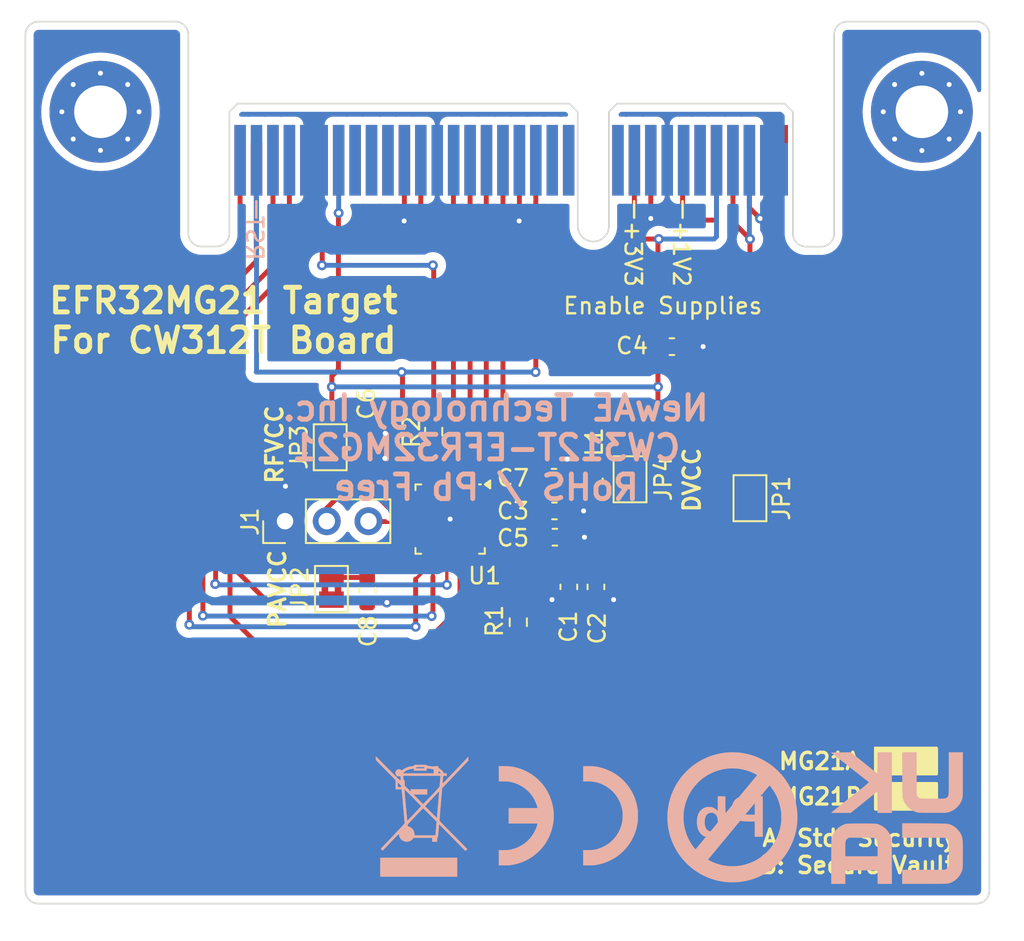
<source format=kicad_pcb>
(kicad_pcb (version 20240108) (generator "pcbnew") (generator_version "8.0")
  (layers (0 "F.Cu" signal) (31 "B.Cu" signal) (34 "B.Paste" user) (35 "F.Paste" user) (36 "B.SilkS" user "B.Silkscreen") (37 "F.SilkS" user "F.Silkscreen") (38 "B.Mask" user) (39 "F.Mask" user) (44 "Edge.Cuts" user))
  (net 0 "")
  (net 1 "GND")
  (net 2 "/SHUNTH")
  (net 3 "Net-(U1-AVDD)")
  (net 4 "+3V3")
  (net 5 "Net-(U1-DVDD)")
  (net 6 "Net-(U1-PAVDD)")
  (net 7 "Net-(U1-RF2G4_IO2)")
  (net 8 "Net-(U1-RF2G4_IO1)")
  (net 9 "/GPIO4")
  (net 12 "/SWDIO")
  (net 14 "/SHUNTL")
  (net 20 "/RST")
  (net 25 "/SWCLK")
  (net 30 "/FILT")
  (net 31 "Net-(P1-CLKOUT)")
  (net 33 "/GPIO2")
  (net 36 "Net-(P1-FILTIN)")
  (net 39 "/TDO")
  (net 45 "/GPIO1")
  (net 49 "/GPIO3")
  (net 53 "/TDI")
  (net 55 "/CLKIN")
  (footprint "Resistor_SMD:R_0603_1608Metric" (layer "F.Cu") (at 133 95.525 90)
    (property "Reference" "R1" (at 0.075 -1.45 90) (layer "F.SilkS"))
    (property "Value" "RES_22R_0603")
    (pad "1" smd roundrect (at -0.825 0 90) (size 0.8 0.95) (layers "F.Cu" "F.Paste" "F.Mask") (net 14 "/SHUNTL"))
    (pad "2" smd roundrect (at 0.825 0 90) (size 0.8 0.95) (layers "F.Cu" "F.Paste" "F.Mask") (net 2 "/SHUNTH"))
  )
  (footprint "Silkscrren_Symbols:UKCA-Logo_8x8mm_SilkScreen" (layer "F.Cu") (at 155.419899 107.450334)
    (property "Reference" "PCB3" (hide yes))
    (property "Value" "UKCA symbol" (hide yes))
  )
  (footprint "Capacitor_SMD:C_0603_1608Metric" (layer "F.Cu") (at 135.200005 88.750003 180)
    (property "Reference" "C3" (at 2.525005 0.000003 0) (layer "F.SilkS"))
    (property "Value" "CAP_100n_10V_0603")
    (pad "1" smd roundrect (at -0.775 0 180) (size 0.9 0.95) (layers "F.Cu" "F.Paste" "F.Mask") (net 1 "GND"))
    (pad "2" smd roundrect (at 0.775 0 180) (size 0.9 0.95) (layers "F.Cu" "F.Paste" "F.Mask") (net 3 "Net-(U1-AVDD)"))
  )
  (footprint "Capacitor_SMD:C_0603_1608Metric" (layer "F.Cu") (at 135.175002 86.7 180)
    (property "Reference" "C7" (at 2.500002 -0.05 0) (layer "F.SilkS"))
    (property "Value" "CAP_100n_10V_0603")
    (pad "1" smd roundrect (at -0.775 0 180) (size 0.9 0.95) (layers "F.Cu" "F.Paste" "F.Mask") (net 1 "GND"))
    (pad "2" smd roundrect (at 0.775 0 180) (size 0.9 0.95) (layers "F.Cu" "F.Paste" "F.Mask") (net 4 "+3V3"))
  )
  (footprint "Capacitor_SMD:C_0603_1608Metric" (layer "F.Cu") (at 123.750001 84.774998 -90)
    (property "Reference" "C6" (at -2.55 0 90) (layer "F.SilkS"))
    (property "Value" "CAP_100n_10V_0603")
    (pad "1" smd roundrect (at -0.775 0 270) (size 0.9 0.95) (layers "F.Cu" "F.Paste" "F.Mask") (net 1 "GND"))
    (pad "2" smd roundrect (at 0.775 0 270) (size 0.9 0.95) (layers "F.Cu" "F.Paste" "F.Mask") (net 1 "GND"))
  )
  (footprint "Capacitor_SMD:C_0603_1608Metric" (layer "F.Cu") (at 123.8 93.575001 90)
    (property "Reference" "C8" (at -2.5 0.05 90) (layer "F.SilkS"))
    (property "Value" "CAP_100n_10V_0603")
    (pad "1" smd roundrect (at -0.775 0 90) (size 0.9 0.95) (layers "F.Cu" "F.Paste" "F.Mask") (net 1 "GND"))
    (pad "2" smd roundrect (at 0.775 0 90) (size 0.9 0.95) (layers "F.Cu" "F.Paste" "F.Mask") (net 6 "Net-(U1-PAVDD)"))
  )
  (footprint "Silkscrren_Symbols:WEEE-Logo_5.6x8mm_SilkScreen" (layer "F.Cu") (at 126.059054 107.002245)
    (property "Reference" "PCB4" (hide yes))
    (property "Value" "WEEE SYMBOL" (hide yes))
  )
  (footprint "Connector_PinHeader_2.54mm:PinHeader_1x03_P2.54mm_Vertical" (layer "F.Cu") (at 118.8 89.375 90)
    (property "Reference" "J1" (at -0.025 -2.125 90) (layer "F.SilkS"))
    (property "Value" "1x3 straight header pins")
    (pad "1" thru_hole rect (at 0 0 90) (size 1.7 1.7) (drill 1) (layers "*.Cu" "*.Mask") (net 1 "GND"))
    (pad "2" thru_hole oval (at 0 2.54 90) (size 1.7 1.7) (drill 1) (layers "*.Cu" "*.Mask") (net 7 "Net-(U1-RF2G4_IO2)"))
    (pad "3" thru_hole oval (at 0 5.08 90) (size 1.7 1.7) (drill 1) (layers "*.Cu" "*.Mask") (net 8 "Net-(U1-RF2G4_IO1)"))
  )
  (footprint "Package_DFN_QFN:QFN-32-1EP_4x4mm_P0.4mm_EP2.9x2.9mm" (layer "F.Cu") (at 128.85 89.24636 -90)
    (property "Reference" "U1" (at 3.45364 -2.1 0) (layer "F.SilkS"))
    (property "Value" "EFR32MG21A020F1024IM32-BR")
    (pad "1" smd roundrect (at -2 -1.4 270) (size 0.7 0.2) (layers "F.Cu" "F.Paste" "F.Mask") (net 45 "/GPIO1"))
    (pad "2" smd roundrect (at -2 -1 270) (size 0.7 0.2) (layers "F.Cu" "F.Paste" "F.Mask") (net 33 "/GPIO2"))
    (pad "3" smd roundrect (at -2 -0.600001 270) (size 0.7 0.2) (layers "F.Cu" "F.Paste" "F.Mask") (net 49 "/GPIO3"))
    (pad "4" smd roundrect (at -2 -0.2 270) (size 0.7 0.2) (layers "F.Cu" "F.Paste" "F.Mask") (net 9 "/GPIO4"))
    (pad "5" smd roundrect (at -2 0.2 270) (size 0.7 0.2) (layers "F.Cu" "F.Paste" "F.Mask"))
    (pad "6" smd roundrect (at -2 0.600001 270) (size 0.7 0.2) (layers "F.Cu" "F.Paste" "F.Mask"))
    (pad "7" smd roundrect (at -2 1 270) (size 0.7 0.2) (layers "F.Cu" "F.Paste" "F.Mask") (net 55 "/CLKIN"))
    (pad "8" smd roundrect (at -2 1.4 270) (size 0.7 0.2) (layers "F.Cu" "F.Paste" "F.Mask"))
    (pad "9" smd roundrect (at -1.4 2 270) (size 0.2 0.7) (layers "F.Cu" "F.Paste" "F.Mask") (net 20 "/RST"))
    (pad "10" smd roundrect (at -1 2 270) (size 0.2 0.7) (layers "F.Cu" "F.Paste" "F.Mask") (net 1 "GND"))
    (pad "11" smd roundrect (at -0.600001 2 270) (size 0.2 0.7) (layers "F.Cu" "F.Paste" "F.Mask") (net 1 "GND"))
    (pad "12" smd roundrect (at -0.2 2 270) (size 0.2 0.7) (layers "F.Cu" "F.Paste" "F.Mask") (net 7 "Net-(U1-RF2G4_IO2)"))
    (pad "13" smd roundrect (at 0.2 2 270) (size 0.2 0.7) (layers "F.Cu" "F.Paste" "F.Mask") (net 8 "Net-(U1-RF2G4_IO1)"))
    (pad "14" smd roundrect (at 0.600001 2 270) (size 0.2 0.7) (layers "F.Cu" "F.Paste" "F.Mask") (net 6 "Net-(U1-PAVDD)"))
    (pad "15" smd roundrect (at 1 2 270) (size 0.2 0.7) (layers "F.Cu" "F.Paste" "F.Mask"))
    (pad "16" smd roundrect (at 1.4 2 270) (size 0.2 0.7) (layers "F.Cu" "F.Paste" "F.Mask"))
    (pad "17" smd roundrect (at 2 1.4 270) (size 0.7 0.2) (layers "F.Cu" "F.Paste" "F.Mask"))
    (pad "18" smd roundrect (at 2 1 270) (size 0.7 0.2) (layers "F.Cu" "F.Paste" "F.Mask") (net 25 "/SWCLK"))
    (pad "19" smd roundrect (at 2 0.600001 270) (size 0.7 0.2) (layers "F.Cu" "F.Paste" "F.Mask") (net 12 "/SWDIO"))
    (pad "20" smd roundrect (at 2 0.2 270) (size 0.7 0.2) (layers "F.Cu" "F.Paste" "F.Mask") (net 39 "/TDO"))
    (pad "21" smd roundrect (at 2 -0.2 270) (size 0.7 0.2) (layers "F.Cu" "F.Paste" "F.Mask") (net 53 "/TDI"))
    (pad "22" smd roundrect (at 2 -0.600001 270) (size 0.7 0.2) (layers "F.Cu" "F.Paste" "F.Mask"))
    (pad "23" smd roundrect (at 2 -1 270) (size 0.7 0.2) (layers "F.Cu" "F.Paste" "F.Mask"))
    (pad "24" smd roundrect (at 2 -1.4 270) (size 0.7 0.2) (layers "F.Cu" "F.Paste" "F.Mask") (net 14 "/SHUNTL"))
    (pad "25" smd roundrect (at 1.4 -2 270) (size 0.2 0.7) (layers "F.Cu" "F.Paste" "F.Mask") (net 5 "Net-(U1-DVDD)"))
    (pad "26" smd roundrect (at 1 -2 270) (size 0.2 0.7) (layers "F.Cu" "F.Paste" "F.Mask") (net 3 "Net-(U1-AVDD)"))
    (pad "27" smd roundrect (at 0.600001 -2 270) (size 0.2 0.7) (layers "F.Cu" "F.Paste" "F.Mask") (net 4 "+3V3"))
    (pad "28" smd roundrect (at 0.2 -2 270) (size 0.2 0.7) (layers "F.Cu" "F.Paste" "F.Mask"))
    (pad "29" smd roundrect (at -0.2 -2 270) (size 0.2 0.7) (layers "F.Cu" "F.Paste" "F.Mask"))
    (pad "30" smd roundrect (at -0.600001 -2 270) (size 0.2 0.7) (layers "F.Cu" "F.Paste" "F.Mask"))
    (pad "31" smd roundrect (at -1 -2 270) (size 0.2 0.7) (layers "F.Cu" "F.Paste" "F.Mask"))
    (pad "32" smd roundrect (at -1.4 -2 270) (size 0.2 0.7) (layers "F.Cu" "F.Paste" "F.Mask"))
    (pad "33" smd rect (at 0 0 270) (size 2.9 2.9) (property pad_prop_heatsink) (layers "F.Cu" "F.Mask") (net 1 "GND"))
  )
  (footprint "Jumper:SolderJumper-2_P1.3mm_Bridged2Bar_Pad1.0x1.5mm" (layer "F.Cu") (at 147.1 87.975001 -90)
    (property "Reference" "JP1" (at -0.000001 -1.925 90) (layer "F.SilkS"))
    (property "Value" "~")
    (fp_poly (pts (xy -0.25 0.2) (xy 0.25 0.2) (xy 0.25 0.6) (xy -0.25 0.6)) (fill solid) (layer "F.Cu"))
    (fp_poly (pts (xy -0.25 -0.6) (xy 0.25 -0.6) (xy 0.25 -0.2) (xy -0.25 -0.2)) (fill solid) (layer "F.Cu"))
    (pad "1" smd rect (at -0.649999 0 270) (size 1 1.5) (layers "F.Cu" "F.Mask") (net 30 "/FILT"))
    (pad "2" smd rect (at 0.649999 0 270) (size 1 1.5) (layers "F.Cu" "F.Mask") (net 2 "/SHUNTH"))
  )
  (footprint "Capacitor_SMD:C_0603_1608Metric" (layer "F.Cu") (at 136.075 93.375 90)
    (property "Reference" "C1" (at -2.425 -0.025 90) (layer "F.SilkS"))
    (property "Value" "CAP_100n_10V_0603")
    (pad "1" smd roundrect (at -0.775 0 90) (size 0.9 0.95) (layers "F.Cu" "F.Paste" "F.Mask") (net 1 "GND"))
    (pad "2" smd roundrect (at 0.775 0 90) (size 0.9 0.95) (layers "F.Cu" "F.Paste" "F.Mask") (net 2 "/SHUNTH"))
  )
  (footprint "Inductor_SMD:L_0603_1608Metric" (layer "F.Cu") (at 137.625 86.937501 -90)
    (property "Reference" "L1" (at -2.387501 0 90) (layer "F.SilkS"))
    (property "Value" "IND_1K_0603")
    (pad "1" smd roundrect (at -0.787501 0 270) (size 0.875 0.95) (layers "F.Cu" "F.Paste" "F.Mask") (net 4 "+3V3"))
    (pad "2" smd roundrect (at 0.787501 0 270) (size 0.875 0.95) (layers "F.Cu" "F.Paste" "F.Mask") (net 3 "Net-(U1-AVDD)"))
  )
  (footprint "Silkscrren_Symbols:CE-Logo_8.5x6mm_SilkScreen" (layer "F.Cu") (at 136.05 107.3)
    (property "Reference" "PCB1" (hide yes))
    (property "Value" "CE Symbol" (hide yes))
  )
  (footprint "Capacitor_SMD:C_0603_1608Metric" (layer "F.Cu") (at 142.35 78.75 180)
    (property "Reference" "C4" (at 2.425 0.05 0) (layer "F.SilkS"))
    (property "Value" "CAP_2u2_10V_0603")
    (pad "1" smd roundrect (at -0.775 0 180) (size 0.9 0.95) (layers "F.Cu" "F.Paste" "F.Mask") (net 1 "GND"))
    (pad "2" smd roundrect (at 0.775 0 180) (size 0.9 0.95) (layers "F.Cu" "F.Paste" "F.Mask") (net 4 "+3V3"))
  )
  (footprint "Jumper:SolderJumper-2_P1.3mm_Bridged2Bar_Pad1.0x1.5mm" (layer "F.Cu") (at 121.55 84.875001 90)
    (property "Reference" "JP3" (at 0 -1.9 90) (layer "F.SilkS"))
    (property "Value" "~")
    (fp_poly (pts (xy -0.25 -0.6) (xy 0.25 -0.6) (xy 0.25 -0.2) (xy -0.25 -0.2)) (fill solid) (layer "F.Cu"))
    (fp_poly (pts (xy -0.25 0.2) (xy 0.25 0.2) (xy 0.25 0.6) (xy -0.25 0.6)) (fill solid) (layer "F.Cu"))
    (pad "1" smd rect (at -0.649999 0 90) (size 1 1.5) (layers "F.Cu" "F.Mask") (net 1 "GND"))
    (pad "2" smd rect (at 0.649999 0 90) (size 1 1.5) (layers "F.Cu" "F.Mask") (net 4 "+3V3"))
  )
  (footprint "Silkscrren_Symbols:Pb_Free_8.0x8.0mm_SilkScreen" (layer "F.Cu") (at 145.3 107.4)
    (property "Reference" "PCB2" (hide yes))
    (property "Value" "Pb_Free Symbol" (hide yes))
  )
  (footprint "Capacitor_SMD:C_0603_1608Metric" (layer "F.Cu") (at 135.225 90.35 180)
    (property "Reference" "C5" (at 2.55 -0.05 0) (layer "F.SilkS"))
    (property "Value" "CAP_100n_10V_0603")
    (pad "1" smd roundrect (at -0.775 0 180) (size 0.9 0.95) (layers "F.Cu" "F.Paste" "F.Mask") (net 1 "GND"))
    (pad "2" smd roundrect (at 0.775 0 180) (size 0.9 0.95) (layers "F.Cu" "F.Paste" "F.Mask") (net 5 "Net-(U1-DVDD)"))
  )
  (footprint "tutorial_2_library:CW312_Template" (layer "F.Cu") (at 107.565 64.455)
    (property "Reference" "P1" (hide yes))
    (property "Value" "PCIEx4 EDGE CONNECTOR")
    (fp_line (start -4.57 -4.69) (end -4.57 47.4) (stroke (width 0.1)) (layer "Edge.Cuts"))
    (fp_line (start 4.55 -5.49) (end -3.77 -5.49) (stroke (width 0.1)) (layer "Edge.Cuts"))
    (fp_line (start 5.35 7.4) (end 5.35 -4.69) (stroke (width 0.1)) (layer "Edge.Cuts"))
    (fp_line (start 7.05 8.2) (end 6.15 8.2) (stroke (width 0.1)) (layer "Edge.Cuts"))
    (fp_line (start 7.85 0) (end 8.35 -0.5) (stroke (width 0.1)) (layer "Edge.Cuts"))
    (fp_line (start 7.85 7.4) (end 7.85 0) (stroke (width 0.1)) (layer "Edge.Cuts"))
    (fp_line (start 28.55 -0.5) (end 8.35 -0.5) (stroke (width 0.1)) (layer "Edge.Cuts"))
    (fp_line (start 29.05 0) (end 28.55 -0.5) (stroke (width 0.1)) (layer "Edge.Cuts"))
    (fp_line (start 29.05 6.95) (end 29.05 0) (stroke (width 0.1)) (layer "Edge.Cuts"))
    (fp_line (start 30.95 0) (end 31.45 -0.5) (stroke (width 0.1)) (layer "Edge.Cuts"))
    (fp_line (start 30.95 6.95) (end 30.95 0) (stroke (width 0.1)) (layer "Edge.Cuts"))
    (fp_line (start 41.65 -0.5) (end 31.45 -0.5) (stroke (width 0.1)) (layer "Edge.Cuts"))
    (fp_line (start 42.15 0) (end 41.65 -0.5) (stroke (width 0.1)) (layer "Edge.Cuts"))
    (fp_line (start 42.15 7.41) (end 42.15 0) (stroke (width 0.1)) (layer "Edge.Cuts"))
    (fp_line (start 42.95 8.21) (end 43.86 8.21) (stroke (width 0.1)) (layer "Edge.Cuts"))
    (fp_line (start 44.66 7.41) (end 44.66 -4.69) (stroke (width 0.1)) (layer "Edge.Cuts"))
    (fp_line (start 45.46 -5.49) (end 53.31 -5.49) (stroke (width 0.1)) (layer "Edge.Cuts"))
    (fp_line (start 53.31 48.2) (end -3.77 48.2) (stroke (width 0.1)) (layer "Edge.Cuts"))
    (fp_line (start 54.11 -4.69) (end 54.11 47.4) (stroke (width 0.1)) (layer "Edge.Cuts"))
    (fp_arc (start -4.57 -4.69) (mid -4.335685 -5.255685) (end -3.77 -5.49) (stroke (width 0.1)) (layer "Edge.Cuts"))
    (fp_arc (start -3.77 48.2) (mid -4.335685 47.965685) (end -4.57 47.4) (stroke (width 0.1)) (layer "Edge.Cuts"))
    (fp_arc (start 4.55 -5.49) (mid 5.115685 -5.255685) (end 5.35 -4.69) (stroke (width 0.1)) (layer "Edge.Cuts"))
    (fp_arc (start 6.15 8.2) (mid 5.584315 7.965685) (end 5.35 7.4) (stroke (width 0.1)) (layer "Edge.Cuts"))
    (fp_arc (start 7.85 7.4) (mid 7.615685 7.965685) (end 7.05 8.2) (stroke (width 0.1)) (layer "Edge.Cuts"))
    (fp_arc (start 30.95 6.95) (mid 30 7.9) (end 29.05 6.95) (stroke (width 0.1)) (layer "Edge.Cuts"))
    (fp_arc (start 42.95 8.21) (mid 42.384315 7.975685) (end 42.15 7.41) (stroke (width 0.1)) (layer "Edge.Cuts"))
    (fp_arc (start 44.66 -4.69) (mid 44.894315 -5.255685) (end 45.46 -5.49) (stroke (width 0.1)) (layer "Edge.Cuts"))
    (fp_arc (start 44.66 7.41) (mid 44.425685 7.975685) (end 43.86 8.21) (stroke (width 0.1)) (layer "Edge.Cuts"))
    (fp_arc (start 53.31 -5.49) (mid 53.875685 -5.255685) (end 54.11 -4.69) (stroke (width 0.1)) (layer "Edge.Cuts"))
    (fp_arc (start 54.11 47.4) (mid 53.875685 47.965685) (end 53.31 48.2) (stroke (width 0.1)) (layer "Edge.Cuts"))
    (pad "A1" connect rect (at 41.5 3.5 180) (size 0.7 3.2) (layers "B.Cu" "B.Mask") (net 1 "GND"))
    (pad "A2" connect rect (at 40.5 2.95 180) (size 0.7 4.3) (layers "B.Cu" "B.Mask") (net 1 "GND"))
    (pad "A3" connect rect (at 39.5 2.95 180) (size 0.7 4.3) (layers "B.Cu" "B.Mask") (net 30 "/FILT"))
    (pad "A4" connect rect (at 38.5 2.95 180) (size 0.7 4.3) (layers "B.Cu" "B.Mask"))
    (pad "A5" connect rect (at 37.5 2.95 180) (size 0.7 4.3) (layers "B.Cu" "B.Mask") (net 4 "+3V3"))
    (pad "A6" connect rect (at 36.5 2.95 180) (size 0.7 4.3) (layers "B.Cu" "B.Mask"))
    (pad "A7" connect rect (at 35.5 2.95 180) (size 0.7 4.3) (layers "B.Cu" "B.Mask"))
    (pad "A8" connect rect (at 34.5 2.95 180) (size 0.7 4.3) (layers "B.Cu" "B.Mask") (net 1 "GND"))
    (pad "A9" connect rect (at 33.5 2.95 180) (size 0.7 4.3) (layers "B.Cu" "B.Mask"))
    (pad "A10" connect rect (at 32.5 2.95 180) (size 0.7 4.3) (layers "B.Cu" "B.Mask"))
    (pad "A11" connect rect (at 31.5 2.95 180) (size 0.7 4.3) (layers "B.Cu" "B.Mask"))
    (pad "A12" connect rect (at 28.5 2.95 180) (size 0.7 4.3) (layers "B.Cu" "B.Mask"))
    (pad "A13" connect rect (at 27.5 2.95 180) (size 0.7 4.3) (layers "B.Cu" "B.Mask"))
    (pad "A14" connect rect (at 26.5 2.95 180) (size 0.7 4.3) (layers "B.Cu" "B.Mask"))
    (pad "A15" connect rect (at 25.5 2.95 180) (size 0.7 4.3) (layers "B.Cu" "B.Mask"))
    (pad "A16" connect rect (at 24.5 2.95 180) (size 0.7 4.3) (layers "B.Cu" "B.Mask"))
    (pad "A17" connect rect (at 23.5 2.95 180) (size 0.7 4.3) (layers "B.Cu" "B.Mask"))
    (pad "A18" connect rect (at 22.5 2.95 180) (size 0.7 4.3) (layers "B.Cu" "B.Mask"))
    (pad "A19" connect rect (at 21.5 2.95 180) (size 0.7 4.3) (layers "B.Cu" "B.Mask"))
    (pad "A20" connect rect (at 20.5 2.95 180) (size 0.7 4.3) (layers "B.Cu" "B.Mask") (net 1 "GND"))
    (pad "A21" connect rect (at 19.5 2.95 180) (size 0.7 4.3) (layers "B.Cu" "B.Mask"))
    (pad "A22" connect rect (at 18.5 2.95 180) (size 0.7 4.3) (layers "B.Cu" "B.Mask"))
    (pad "A23" connect rect (at 17.5 2.95 180) (size 0.7 4.3) (layers "B.Cu" "B.Mask"))
    (pad "A24" connect rect (at 16.5 2.95 180) (size 0.7 4.3) (layers "B.Cu" "B.Mask"))
    (pad "A25" connect rect (at 15.5 2.95 180) (size 0.7 4.3) (layers "B.Cu" "B.Mask"))
    (pad "A26" connect rect (at 14.5 2.95 180) (size 0.7 4.3) (layers "B.Cu" "B.Mask") (net 4 "+3V3"))
    (pad "A27" connect rect (at 13.5 2.95 180) (size 0.7 4.3) (layers "B.Cu" "B.Mask") (net 1 "GND"))
    (pad "A28" connect rect (at 12.5 2.95 180) (size 0.7 4.3) (layers "B.Cu" "B.Mask") (net 1 "GND"))
    (pad "A29" connect rect (at 11.5 2.95 180) (size 0.7 4.3) (layers "B.Cu" "B.Mask"))
    (pad "A30" connect rect (at 10.5 2.95 180) (size 0.7 4.3) (layers "B.Cu" "B.Mask"))
    (pad "A31" connect rect (at 9.5 2.95 180) (size 0.7 4.3) (layers "B.Cu" "B.Mask") (net 20 "/RST"))
    (pad "A32" connect rect (at 8.5 2.95 180) (size 0.7 4.3) (layers "B.Cu" "B.Mask"))
    (pad "B1" connect rect (at 41.5 2.95 180) (size 0.7 4.3) (layers "F.Cu" "F.Mask") (net 14 "/SHUNTL"))
    (pad "B2" connect rect (at 40.5 2.95 180) (size 0.7 4.3) (layers "F.Cu" "F.Mask") (net 2 "/SHUNTH"))
    (pad "B3" connect rect (at 39.5 2.95 180) (size 0.7 4.3) (layers "F.Cu" "F.Mask") (net 1 "GND"))
    (pad "B4" connect rect (at 38.5 2.95 180) (size 0.7 4.3) (layers "F.Cu" "F.Mask") (net 30 "/FILT"))
    (pad "B5" connect rect (at 37.5 2.95 180) (size 0.7 4.3) (layers "F.Cu" "F.Mask") (net 36 "Net-(P1-FILTIN)"))
    (pad "B6" connect rect (at 36.5 2.95 180) (size 0.7 4.3) (layers "F.Cu" "F.Mask"))
    (pad "B7" connect rect (at 35.5 2.95 180) (size 0.7 4.3) (layers "F.Cu" "F.Mask") (net 36 "Net-(P1-FILTIN)"))
    (pad "B8" connect rect (at 34.5 2.95 180) (size 0.7 4.3) (layers "F.Cu" "F.Mask"))
    (pad "B9" connect rect (at 33.5 2.95 180) (size 0.7 4.3) (layers "F.Cu" "F.Mask") (net 1 "GND"))
    (pad "B10" connect rect (at 32.5 2.95 180) (size 0.7 4.3) (layers "F.Cu" "F.Mask") (net 4 "+3V3"))
    (pad "B11" connect rect (at 31.5 2.95 180) (size 0.7 4.3) (layers "F.Cu" "F.Mask"))
    (pad "B12" connect rect (at 28.5 2.95 180) (size 0.7 4.3) (layers "F.Cu" "F.Mask"))
    (pad "B13" connect rect (at 27.5 2.95 180) (size 0.7 4.3) (layers "F.Cu" "F.Mask"))
    (pad "B14" connect rect (at 26.5 2.95 180) (size 0.7 4.3) (layers "F.Cu" "F.Mask") (net 20 "/RST"))
    (pad "B15" connect rect (at 25.5 2.95 180) (size 0.7 4.3) (layers "F.Cu" "F.Mask") (net 1 "GND"))
    (pad "B16" connect rect (at 24.5 2.95 180) (size 0.7 4.3) (layers "F.Cu" "F.Mask") (net 45 "/GPIO1"))
    (pad "B17" connect rect (at 23.5 2.95 180) (size 0.7 4.3) (layers "F.Cu" "F.Mask") (net 33 "/GPIO2"))
    (pad "B18" connect rect (at 22.5 2.95 180) (size 0.7 4.3) (layers "F.Cu" "F.Mask") (net 49 "/GPIO3"))
    (pad "B19" connect rect (at 21.5 2.95 180) (size 0.7 4.3) (layers "F.Cu" "F.Mask") (net 9 "/GPIO4"))
    (pad "B20" connect rect (at 20.5 2.95 180) (size 0.7 4.3) (layers "F.Cu" "F.Mask"))
    (pad "B21" connect rect (at 19.5 2.95 180) (size 0.7 4.3) (layers "F.Cu" "F.Mask") (net 1 "GND"))
    (pad "B22" connect rect (at 18.5 2.95 180) (size 0.7 4.3) (layers "F.Cu" "F.Mask") (net 1 "GND"))
    (pad "B23" connect rect (at 17.5 2.95 180) (size 0.7 4.3) (layers "F.Cu" "F.Mask"))
    (pad "B24" connect rect (at 16.5 2.95 180) (size 0.7 4.3) (layers "F.Cu" "F.Mask"))
    (pad "B25" connect rect (at 15.5 2.95 180) (size 0.7 4.3) (layers "F.Cu" "F.Mask"))
    (pad "B26" connect rect (at 14.5 2.95 180) (size 0.7 4.3) (layers "F.Cu" "F.Mask"))
    (pad "B27" connect rect (at 13.5 2.95 180) (size 0.7 4.3) (layers "F.Cu" "F.Mask") (net 31 "Net-(P1-CLKOUT)"))
    (pad "B28" connect rect (at 12.5 2.95 180) (size 0.7 4.3) (layers "F.Cu" "F.Mask"))
    (pad "B29" connect rect (at 11.5 2.95 180) (size 0.7 4.3) (layers "F.Cu" "F.Mask") (net 53 "/TDI"))
    (pad "B30" connect rect (at 10.5 2.95 180) (size 0.7 4.3) (layers "F.Cu" "F.Mask") (net 39 "/TDO"))
    (pad "B31" connect rect (at 9.5 3.5 180) (size 0.7 3.2) (layers "F.Cu" "F.Mask") (net 12 "/SWDIO"))
    (pad "B32" connect rect (at 8.5 2.95 180) (size 0.7 4.3) (layers "F.Cu" "F.Mask") (net 25 "/SWCLK"))
    (pad "MH" thru_hole circle (at -2.35 0) (size 1 1) (drill 0.3) (layers "*.Cu" "*.Mask"))
    (pad "MH" thru_hole circle (at -1.66 -1.66) (size 1 1) (drill 0.3) (layers "*.Cu" "*.Mask"))
    (pad "MH" thru_hole circle (at -1.66 1.66) (size 1 1) (drill 0.3) (layers "*.Cu" "*.Mask"))
    (pad "MH" thru_hole circle (at 0 -2.35) (size 1 1) (drill 0.3) (layers "*.Cu" "*.Mask"))
    (pad "MH" thru_hole circle (at 0 0) (size 6.2 6.2) (drill 3.2) (layers "*.Cu" "*.Mask"))
    (pad "MH" thru_hole circle (at 0 2.35) (size 1 1) (drill 0.3) (layers "*.Cu" "*.Mask"))
    (pad "MH" thru_hole circle (at 1.66 -1.66) (size 1 1) (drill 0.3) (layers "*.Cu" "*.Mask"))
    (pad "MH" thru_hole circle (at 1.66 1.66) (size 1 1) (drill 0.3) (layers "*.Cu" "*.Mask"))
    (pad "MH" thru_hole circle (at 2.35 0) (size 1 1) (drill 0.3) (layers "*.Cu" "*.Mask"))
    (pad "MH" thru_hole circle (at 47.65 0) (size 1 1) (drill 0.3) (layers "*.Cu" "*.Mask"))
    (pad "MH" thru_hole circle (at 48.34 -1.66) (size 1 1) (drill 0.3) (layers "*.Cu" "*.Mask"))
    (pad "MH" thru_hole circle (at 48.34 1.66) (size 1 1) (drill 0.3) (layers "*.Cu" "*.Mask"))
    (pad "MH" thru_hole circle (at 50 -2.34) (size 1 1) (drill 0.3) (layers "*.Cu" "*.Mask"))
    (pad "MH" thru_hole circle (at 50 0) (size 6.2 6.2) (drill 3.2) (layers "*.Cu" "*.Mask"))
    (pad "MH" thru_hole circle (at 50 2.36) (size 1 1) (drill 0.3) (layers "*.Cu" "*.Mask"))
    (pad "MH" thru_hole circle (at 51.66 -1.66) (size 1 1) (drill 0.3) (layers "*.Cu" "*.Mask"))
    (pad "MH" thru_hole circle (at 51.66 1.66) (size 1 1) (drill 0.3) (layers "*.Cu" "*.Mask"))
    (pad "MH" thru_hole circle (at 52.35 0) (size 1 1) (drill 0.3) (layers "*.Cu" "*.Mask"))
  )
  (footprint "Jumper:SolderJumper-2_P1.3mm_Bridged2Bar_Pad1.0x1.5mm" (layer "F.Cu") (at 121.625 93.500001 -90)
    (property "Reference" "JP2" (at -0.000001 1.925 90) (layer "F.SilkS"))
    (property "Value" "~")
    (fp_poly (pts (xy -0.25 0.2) (xy 0.25 0.2) (xy 0.25 0.6) (xy -0.25 0.6)) (fill solid) (layer "F.Cu"))
    (fp_poly (pts (xy -0.25 -0.6) (xy 0.25 -0.6) (xy 0.25 -0.2) (xy -0.25 -0.2)) (fill solid) (layer "F.Cu"))
    (pad "1" smd rect (at -0.649999 0 270) (size 1 1.5) (layers "F.Cu" "F.Mask") (net 6 "Net-(U1-PAVDD)"))
    (pad "2" smd rect (at 0.649999 0 270) (size 1 1.5) (layers "F.Cu" "F.Mask") (net 4 "+3V3"))
  )
  (footprint "Capacitor_SMD:C_0603_1608Metric" (layer "F.Cu") (at 137.725 93.375 90)
    (property "Reference" "C2" (at -2.525 0.075 90) (layer "F.SilkS"))
    (property "Value" "CAP_2u2_10V_0603")
    (pad "1" smd roundrect (at -0.775 0 90) (size 0.9 0.95) (layers "F.Cu" "F.Paste" "F.Mask") (net 1 "GND"))
    (pad "2" smd roundrect (at 0.775 0 90) (size 0.9 0.95) (layers "F.Cu" "F.Paste" "F.Mask") (net 2 "/SHUNTH"))
  )
  (footprint "Resistor_SMD:R_0603_1608Metric" (layer "F.Cu") (at 127.85 83.925 -90)
    (property "Reference" "R2" (at 0.025 1.35 90) (layer "F.SilkS"))
    (property "Value" "RES_22R_0603")
    (pad "1" smd roundrect (at -0.825 0 270) (size 0.8 0.95) (layers "F.Cu" "F.Paste" "F.Mask") (net 31 "Net-(P1-CLKOUT)"))
    (pad "2" smd roundrect (at 0.825 0 270) (size 0.8 0.95) (layers "F.Cu" "F.Paste" "F.Mask") (net 55 "/CLKIN"))
  )
  (footprint "Jumper:SolderJumper-2_P1.3mm_Bridged2Bar_Pad1.0x1.5mm" (layer "F.Cu") (at 139.8 86.825001 90)
    (property "Reference" "JP4" (at 0.025001 2.025 90) (layer "F.SilkS"))
    (property "Value" "~")
    (fp_poly (pts (xy -0.25 -0.6) (xy 0.25 -0.6) (xy 0.25 -0.2) (xy -0.25 -0.2)) (fill solid) (layer "F.Cu"))
    (fp_poly (pts (xy -0.25 0.2) (xy 0.25 0.2) (xy 0.25 0.6) (xy -0.25 0.6)) (fill solid) (layer "F.Cu"))
    (pad "1" smd rect (at -0.649999 0 90) (size 1 1.5) (layers "F.Cu" "F.Mask") (net 5 "Net-(U1-DVDD)"))
    (pad "2" smd rect (at 0.649999 0 90) (size 1 1.5) (layers "F.Cu" "F.Mask") (net 4 "+3V3"))
  )
  (gr_line (start 117.05 69.9) (end 117.05 70.9) (stroke (width 0.15)) (layer "B.SilkS"))
  (gr_rect (start 154.75 103.2) (end 158.45 104.75) (stroke (width 0.2)) (fill solid) (layer "F.SilkS"))
  (gr_line (start 143 69.9) (end 143 70.9) (stroke (width 0.15)) (layer "F.SilkS"))
  (gr_rect (start 154.75 105.35) (end 158.45 106.9) (stroke (width 0.2)) (fill solid) (layer "F.SilkS"))
  (gr_line (start 140.05 69.9) (end 140.05 70.9) (stroke (width 0.15)) (layer "F.SilkS"))
  (gr_text "NewAE Technology Inc. \nCW312T-EFR32MG21\nRoHS / Pb Free" (at 131.05 88.2 0) (layer "B.SilkS") (effects (font (size 1.5 1.5) (thickness 0.3) (bold yes)) (justify bottom mirror)))
  (gr_text "RST" (at 116.35 73.6 -90) (layer "B.SilkS") (effects (font (size 1 1)) (justify left bottom mirror)))
  (gr_text "B: Secure Vault" (at 147.6 110.9 0) (layer "F.SilkS") (effects (font (size 1 1) (thickness 0.2) (bold yes)) (justify left bottom)))
  (gr_text "MG21A" (at 148.75 104.575 0) (layer "F.SilkS") (effects (font (size 1 1) (thickness 0.2) (bold yes)) (justify left bottom)))
  (gr_text "Enable Supplies" (at 135.65 76.85 0) (layer "F.SilkS") (effects (font (size 1 1)) (justify left bottom)))
  (gr_text "DVCC" (at 144.15 88.925 90) (layer "F.SilkS") (effects (font (size 1 1) (thickness 0.2) (bold yes)) (justify left bottom)))
  (gr_text "EFR32MG21 Target\nFor CW312T Board" (at 115.05 79.25 0) (layer "F.SilkS") (effects (font (size 1.5 1.5) (thickness 0.3) (bold yes)) (justify bottom)))
  (gr_text "PAVCC" (at 118.925 96 90) (layer "F.SilkS") (effects (font (size 1 1) (thickness 0.2) (bold yes)) (justify left bottom)))
  (gr_text "MG21B" (at 148.75 106.725 0) (layer "F.SilkS") (effects (font (size 1 1) (thickness 0.2) (bold yes)) (justify left bottom)))
  (gr_text "RFVCC" (at 118.75 87.2 90) (layer "F.SilkS") (effects (font (size 1 1) (thickness 0.2) (bold yes)) (justify left bottom)))
  (gr_text "+3V3" (at 139.4 71 270) (layer "F.SilkS") (effects (font (size 1 1)) (justify left bottom)))
  (gr_text "+1V2" (at 142.35 71 270) (layer "F.SilkS") (effects (font (size 1 1)) (justify left bottom)))
  (gr_text "A: Std. Security" (at 147.75 109.25 0) (layer "F.SilkS") (effects (font (size 1 1) (thickness 0.2) (bold yes)) (justify left bottom)))
  (segment (start 118.8 87.275) (end 118.825 87.25) (width 0.2) (layer "F.Cu") (net 1))
  (segment (start 135.975005 88.750003) (end 136.974997 88.750003) (width 0.3) (layer "F.Cu") (net 1))
  (segment (start 126.065 71.085) (end 126.05 71.1) (width 0.2) (layer "F.Cu") (net 1))
  (segment (start 135.950002 86.7) (end 135.950002 85.624998) (width 0.3) (layer "F.Cu") (net 1))
  (segment (start 125.65 88.3) (end 125.615686 88.3) (width 0.2) (layer "F.Cu") (net 1))
  (segment (start 123.750001 83.999998) (end 124.875001 83.999998) (width 0.3) (layer "F.Cu") (net 1))
  (segment (start 124.699999 94.350001) (end 123.8 94.350001) (width 0.3) (layer "F.Cu") (net 1))
  (segment (start 123.750001 86.434315) (end 123.750001 85.549998) (width 0.3) (layer "F.Cu") (net 1))
  (segment (start 147.065 67.405) (end 147.065 70.3) (width 0.3) (layer "F.Cu") (net 1))
  (segment (start 125.962045 88.646359) (end 126.85 88.646359) (width 0.2) (layer "F.Cu") (net 1))
  (segment (start 147.065 70.3) (end 147.715 70.95) (width 0.3) (layer "F.Cu") (net 1))
  (segment (start 124.874998 85.549998) (end 124.875 85.55) (width 0.3) (layer "F.Cu") (net 1))
  (segment (start 126.85 88.24636) (end 125.669326 88.24636) (width 0.2) (layer "F.Cu") (net 1))
  (segment (start 133.065 67.405) (end 133.065 71.085) (width 0.3) (layer "F.Cu") (net 1))
  (segment (start 121.600003 85.525) (end 121.650001 85.574998) (width 0.3) (layer "F.Cu") (net 1))
  (segment (start 143.15 78.75) (end 144.25 78.75) (width 0.3) (layer "F.Cu") (net 1))
  (segment (start 136 90.35) (end 137.025 90.35) (width 0.3) (layer "F.Cu") (net 1))
  (segment (start 128.249999 88.646359) (end 128.85 89.24636) (width 0.2) (layer "F.Cu") (net 1))
  (segment (start 136.974997 88.750003) (end 136.975 88.75) (width 0.2) (layer "F.Cu") (net 1))
  (segment (start 126.065 67.405) (end 126.065 71.085) (width 0.3) (layer "F.Cu") (net 1))
  (segment (start 135.950002 85.624998) (end 135.975 85.6) (width 0.3) (layer "F.Cu") (net 1))
  (segment (start 124.725 94.325) (end 124.699999 94.350001) (width 0.3) (layer "F.Cu") (net 1))
  (segment (start 126.85 88.646359) (end 128.249999 88.646359) (width 0.2) (layer "F.Cu") (net 1))
  (segment (start 123.750001 85.549998) (end 121.574998 85.549998) (width 0.3) (layer "F.Cu") (net 1))
  (segment (start 136.075 94.15) (end 135.05 94.15) (width 0.3) (layer "F.Cu") (net 1))
  (segment (start 123.750001 85.549998) (end 124.874998 85.549998) (width 0.3) (layer "F.Cu") (net 1))
  (segment (start 121.574998 85.549998) (end 121.55 85.525) (width 0.3) (layer "F.Cu") (net 1))
  (segment (start 125.615686 88.3) (end 125.962045 88.646359) (width 0.2) (layer "F.Cu") (net 1))
  (segment (start 125.615686 88.3) (end 123.750001 86.434315) (width 0.3) (layer "F.Cu") (net 1))
  (segment (start 118.8 89.375) (end 118.8 87.275) (width 0.3) (layer "F.Cu") (net 1))
  (segment (start 127.065 67.405) (end 127.065 70.085) (width 0.3) (layer "F.Cu") (net 1))
  (segment (start 125 94.325) (end 124.725 94.325) (width 0.3) (layer "F.Cu") (net 1))
  (segment (start 121.55 85.525) (end 121.600003 85.525) (width 0.3) (layer "F.Cu") (net 1))
  (segment (start 123.750001 85.549998) (end 123.725001 85.574998) (width 0.3) (layer "F.Cu") (net 1))
  (segment (start 133.065 71.085) (end 133.05 71.1) (width 0.2) (layer "F.Cu") (net 1))
  (segment (start 141.065 67.405) (end 141.065 70.95) (width 0.3) (layer "F.Cu") (net 1))
  (segment (start 137.725 94.15) (end 138.8 94.15) (width 0.3) (layer "F.Cu") (net 1))
  (segment (start 125.669326 88.24636) (end 125.615686 88.3) (width 0.2) (layer "F.Cu") (net 1))
  (segment (start 127.065 70.085) (end 126.05 71.1) (width 0.3) (layer "F.Cu") (net 1))
  (via (at 147.715 70.95) (size 0.6) (drill 0.3) (layers "F.Cu" "B.Cu") (net 1))
  (via (at 141.065 70.95) (size 0.6) (drill 0.3) (layers "F.Cu" "B.Cu") (net 1))
  (via (at 124.900001 84.024998) (size 0.6) (drill 0.3) (layers "F.Cu" "B.Cu") (net 1))
  (via (at 133.05 71.1) (size 0.6) (drill 0.3) (layers "F.Cu" "B.Cu") (net 1))
  (via (at 137.025 90.35) (size 0.6) (drill 0.3) (layers "F.Cu" "B.Cu") (net 1))
  (via (at 125 94.325) (size 0.6) (drill 0.3) (layers "F.Cu" "B.Cu") (net 1))
  (via (at 135.05 94.15) (size 0.6) (drill 0.3) (layers "F.Cu" "B.Cu") (net 1))
  (via (at 138.8 94.15) (size 0.6) (drill 0.3) (layers "F.Cu" "B.Cu") (net 1))
  (via (at 136.975 88.75) (size 0.6) (drill 0.3) (layers "F.Cu" "B.Cu") (net 1))
  (via (at 126.05 71.1) (size 0.6) (drill 0.3) (layers "F.Cu" "B.Cu") (net 1))
  (via (at 118.825 87.25) (size 0.6) (drill 0.3) (layers "F.Cu" "B.Cu") (net 1))
  (via (at 128.85 89.24636) (size 0.6) (drill 0.3) (layers "F.Cu" "B.Cu") (net 1))
  (via (at 135.975 85.6) (size 0.6) (drill 0.3) (layers "F.Cu" "B.Cu") (net 1))
  (via (at 124.875 85.55) (size 0.6) (drill 0.3) (layers "F.Cu" "B.Cu") (net 1))
  (via (at 144.25 78.75) (size 0.6) (drill 0.3) (layers "F.Cu" "B.Cu") (net 1))
  (segment (start 133.4 95.3) (end 133 94.9) (width 0.2) (layer "F.Cu") (net 2))
  (segment (start 143.584314 95.3) (end 133.4 95.3) (width 0.2) (layer "F.Cu") (net 2))
  (segment (start 133 94.9) (end 133 94.7) (width 0.2) (layer "F.Cu") (net 2))
  (segment (start 148.35 90.534314) (end 143.584314 95.3) (width 0.2) (layer "F.Cu") (net 2))
  (segment (start 147.1 89.5) (end 144 92.6) (width 0.3) (layer "F.Cu") (net 2))
  (segment (start 135.975 92.5) (end 136.075 92.6) (width 0.3) (layer "F.Cu") (net 2))
  (segment (start 148.35 70.25) (end 148.35 90.534314) (width 0.2) (layer "F.Cu") (net 2))
  (segment (start 147.1 88.625) (end 147.1 89.5) (width 0.3) (layer "F.Cu") (net 2))
  (segment (start 134.375 92.575) (end 136 92.575) (width 0.3) (layer "F.Cu") (net 2))
  (segment (start 133 94.7) (end 133 93.95) (width 0.3) (layer "F.Cu") (net 2))
  (segment (start 148.065 69.965) (end 148.35 70.25) (width 0.2) (layer "F.Cu") (net 2))
  (segment (start 144 92.6) (end 137.725 92.6) (width 0.3) (layer "F.Cu") (net 2))
  (segment (start 148.065 67.405) (end 148.065 69.965) (width 0.2) (layer "F.Cu") (net 2))
  (segment (start 133 93.95) (end 134.375 92.575) (width 0.3) (layer "F.Cu") (net 2))
  (segment (start 137.725 92.6) (end 136.075 92.6) (width 0.3) (layer "F.Cu") (net 2))
  (segment (start 132.25 89.6) (end 133.099997 88.750003) (width 0.3) (layer "F.Cu") (net 3))
  (segment (start 134.425005 88.750003) (end 134.425005 88.149995) (width 0.3) (layer "F.Cu") (net 3))
  (segment (start 133.099997 88.750003) (end 134.425005 88.750003) (width 0.3) (layer "F.Cu") (net 3))
  (segment (start 132.25 89.6) (end 131.60364 90.24636) (width 0.2) (layer "F.Cu") (net 3))
  (segment (start 131.60364 90.24636) (end 130.85 90.24636) (width 0.2) (layer "F.Cu") (net 3))
  (segment (start 134.425005 88.149995) (end 134.849998 87.725002) (width 0.3) (layer "F.Cu") (net 3))
  (segment (start 134.849998 87.725002) (end 137.625 87.725002) (width 0.3) (layer "F.Cu") (net 3))
  (segment (start 137.625 84.8) (end 135.525 84.8) (width 0.3) (layer "F.Cu") (net 4))
  (segment (start 121.65 80.55) (end 121.65 81.2) (width 0.3) (layer "F.Cu") (net 4))
  (segment (start 140.624996 86.125004) (end 139.725 86.125004) (width 0.3) (layer "F.Cu") (net 4))
  (segment (start 121.625 94.15) (end 121.6 94.175) (width 0.3) (layer "F.Cu") (net 4))
  (segment (start 122.065 70.615) (end 122.05 70.63) (width 0.3) (layer "F.Cu") (net 4))
  (segment (start 141.5 85.25) (end 140.624996 86.125004) (width 0.3) (layer "F.Cu") (net 4))
  (segment (start 140.2 72.2) (end 140.065 72.065) (width 0.3) (layer "F.Cu") (net 4))
  (segment (start 131.9 89.15) (end 131.9 89.24272) (width 0.2) (layer "F.Cu") (net 4))
  (segment (start 134.400002 85.924998) (end 134.400002 86.7) (width 0.3) (layer "F.Cu") (net 4))
  (segment (start 141.55 72.2) (end 140.2 72.2) (width 0.3) (layer "F.Cu") (net 4))
  (segment (start 115.95 85.275) (end 116.999998 84.225002) (width 0.3) (layer "F.Cu") (net 4))
  (segment (start 131.296359 89.846361) (end 130.85 89.846361) (width 0.2) (layer "F.Cu") (net 4))
  (segment (start 121.650001 81.200001) (end 121.65 81.2) (width 0.3) (layer "F.Cu") (net 4))
  (segment (start 141.5 72.25) (end 141.55 72.2) (width 0.3) (layer "F.Cu") (net 4))
  (segment (start 117.625 94.175) (end 115.95 92.5) (width 0.3) (layer "F.Cu") (net 4))
  (segment (start 122.05 70.63) (end 122.05 80.15) (width 0.3) (layer "F.Cu") (net 4))
  (segment (start 121.625 94.075) (end 121.625 94.15) (width 0.3) (layer "F.Cu") (net 4))
  (segment (start 131.9 88) (end 133.2 86.7) (width 0.3) (layer "F.Cu") (net 4))
  (segment (start 116.999998 84.225002) (end 121.650001 84.225002) (width 0.3) (layer "F.Cu") (net 4))
  (segment (start 141.5 81.2) (end 141.5 85.25) (width 0.3) (layer "F.Cu") (net 4))
  (segment (start 139.725 86.125004) (end 137.649996 86.125004) (width 0.3) (layer "F.Cu") (net 4))
  (segment (start 115.95 92.5) (end 115.95 85.275) (width 0.3) (layer "F.Cu") (net 4))
  (segment (start 121.650001 84.225002) (end 121.650001 81.200001) (width 0.3) (layer "F.Cu") (net 4))
  (segment (start 137.649996 86.125004) (end 137.625 86.15) (width 0.2) (layer "F.Cu") (net 4))
  (segment (start 141.5 81.2) (end 141.5 72.25) (width 0.3) (layer "F.Cu") (net 4))
  (segment (start 122.05 80.15) (end 121.65 80.55) (width 0.3) (layer "F.Cu") (net 4))
  (segment (start 140.065 72.065) (end 140.065 67.405) (width 0.3) (layer "F.Cu") (net 4))
  (segment (start 121.6 94.175) (end 117.625 94.175) (width 0.3) (layer "F.Cu") (net 4))
  (segment (start 137.625 86.15) (end 137.625 84.8) (width 0.3) (layer "F.Cu") (net 4))
  (segment (start 135.525 84.8) (end 134.400002 85.924998) (width 0.3) (layer "F.Cu") (net 4))
  (segment (start 133.2 86.7) (end 134.400002 86.7) (width 0.3) (layer "F.Cu") (net 4))
  (segment (start 131.9 89.15) (end 131.9 88) (width 0.3) (layer "F.Cu") (net 4))
  (segment (start 121.65 81.2) (end 121.7 81.25) (width 0.3) (layer "F.Cu") (net 4))
  (segment (start 131.9 89.24272) (end 131.296359 89.846361) (width 0.2) (layer "F.Cu") (net 4))
  (via (at 141.55 72.2) (size 0.6) (drill 0.3) (layers "F.Cu" "B.Cu") (net 4))
  (via (at 121.65 81.2) (size 0.6) (drill 0.3) (layers "F.Cu" "B.Cu") (net 4))
  (via (at 122.065 70.615) (size 0.6) (drill 0.3) (layers "F.Cu" "B.Cu") (net 4))
  (via (at 141.5 81.2) (size 0.6) (drill 0.3) (layers "F.Cu" "B.Cu") (net 4))
  (segment (start 122.065 67.405) (end 122.065 70.615) (width 0.3) (layer "B.Cu") (net 4))
  (segment (start 145.065 72.05) (end 145.065 67.405) (width 0.3) (layer "B.Cu") (net 4))
  (segment (start 144.915 72.2) (end 145.065 72.05) (width 0.3) (layer "B.Cu") (net 4))
  (segment (start 121.65 81.2) (end 141.5 81.2) (width 0.3) (layer "B.Cu") (net 4))
  (segment (start 141.55 72.2) (end 144.915 72.2) (width 0.3) (layer "B.Cu") (net 4))
  (segment (start 137.525 91.45) (end 134.775 91.45) (width 0.3) (layer "F.Cu") (net 5))
  (segment (start 132.40364 90.64636) (end 130.85 90.64636) (width 0.2) (layer "F.Cu") (net 5))
  (segment (start 139.725 89.25) (end 137.525 91.45) (width 0.3) (layer "F.Cu") (net 5))
  (segment (start 132.40364 90.64636) (end 132.7 90.35) (width 0.3) (layer "F.Cu") (net 5))
  (segment (start 139.725 87.425002) (end 139.725 89.25) (width 0.3) (layer "F.Cu") (net 5))
  (segment (start 134.45 90.35) (end 134.4 90.3) (width 0.2) (layer "F.Cu") (net 5))
  (segment (start 134.45 90.35) (end 134.34636 90.24636) (width 0.2) (layer "F.Cu") (net 5))
  (segment (start 134.775 91.45) (end 134.45 91.125) (width 0.3) (layer "F.Cu") (net 5))
  (segment (start 132.7 90.35) (end 134.45 90.35) (width 0.3) (layer "F.Cu") (net 5))
  (segment (start 134.45 91.125) (end 134.45 90.35) (width 0.3) (layer "F.Cu") (net 5))
  (segment (start 125.975 90.625001) (end 123.8 92.800001) (width 0.3) (layer "F.Cu") (net 6))
  (segment (start 125.975 90.275) (end 126.403639 89.846361) (width 0.2) (layer "F.Cu") (net 6))
  (segment (start 125.975 90.625001) (end 125.975 90.275) (width 0.2) (layer "F.Cu") (net 6))
  (segment (start 123.8 92.800001) (end 121.675001 92.800001) (width 0.3) (layer "F.Cu") (net 6))
  (segment (start 121.675001 92.800001) (end 121.625 92.850002) (width 0.3) (layer "F.Cu") (net 6))
  (segment (start 126.403639 89.846361) (end 126.85 89.846361) (width 0.2) (layer "F.Cu") (net 6))
  (segment (start 124.5 87.95) (end 121.975 87.95) (width 0.3) (layer "F.Cu") (net 7))
  (segment (start 121.975 87.95) (end 121.34 88.585) (width 0.3) (layer "F.Cu") (net 7))
  (segment (start 121.34 88.585) (end 121.34 89.375) (width 0.3) (layer "F.Cu") (net 7))
  (segment (start 125.59636 89.04636) (end 126.85 89.04636) (width 0.2) (layer "F.Cu") (net 7))
  (segment (start 125.1 88.55) (end 124.5 87.95) (width 0.3) (layer "F.Cu") (net 7))
  (segment (start 125.1 88.55) (end 125.59636 89.04636) (width 0.2) (layer "F.Cu") (net 7))
  (segment (start 124.94636 89.44636) (end 125.69636 89.44636) (width 0.2) (layer "F.Cu") (net 8))
  (segment (start 123.905 89.4) (end 124.9 89.4) (width 0.3) (layer "F.Cu") (net 8))
  (segment (start 125.70364 89.44636) (end 126.85 89.44636) (width 0.2) (layer "F.Cu") (net 8))
  (segment (start 123.88 89.375) (end 123.905 89.4) (width 0.3) (layer "F.Cu") (net 8))
  (segment (start 123.5 89.35) (end 123.59636 89.44636) (width 0.2) (layer "F.Cu") (net 8))
  (segment (start 129.065 67.405) (end 129.15 67.49) (width 0.2) (layer "F.Cu") (net 9))
  (segment (start 129.05 67.59) (end 129.05 85.65) (width 0.3) (layer "F.Cu") (net 9))
  (segment (start 129.05 87.24636) (end 129.05 85.8) (width 0.2) (layer "F.Cu") (net 9))
  (segment (start 129.15 67.49) (end 129.05 67.59) (width 0.3) (layer "F.Cu") (net 9))
  (segment (start 127.8 92.75) (end 127.8 92.563604) (width 0.2) (layer "F.Cu") (net 12))
  (segment (start 113.8 95.125) (end 113.8 76.8) (width 0.3) (layer "F.Cu") (net 12))
  (segment (start 127.725 95.15) (end 127.8 95.075) (width 0.3) (layer "F.Cu") (net 12))
  (segment (start 128.249999 92.113605) (end 128.249999 91.24636) (width 0.2) (layer "F.Cu") (net 12))
  (segment (start 117.05 67.97) (end 117.065 67.955) (width 0.3) (layer "F.Cu") (net 12))
  (segment (start 127.8 92.563604) (end 128.249999 92.113605) (width 0.2) (layer "F.Cu") (net 12))
  (segment (start 113.8 76.8) (end 117.05 73.55) (width 0.3) (layer "F.Cu") (net 12))
  (segment (start 117.05 73.55) (end 117.05 67.97) (width 0.3) (layer "F.Cu") (net 12))
  (segment (start 127.8 95.075) (end 127.8 92.75) (width 0.3) (layer "F.Cu") (net 12))
  (via (at 113.8 95.125) (size 0.6) (drill 0.3) (layers "F.Cu" "B.Cu") (net 12))
  (via (at 127.725 95.15) (size 0.6) (drill 0.3) (layers "F.Cu" "B.Cu") (net 12))
  (segment (start 113.825 95.15) (end 127.725 95.15) (width 0.3) (layer "B.Cu") (net 12))
  (segment (start 113.8 95.125) (end 113.825 95.15) (width 0.3) (layer "B.Cu") (net 12))
  (segment (start 133 96.35) (end 133 96.1) (width 0.2) (layer "F.Cu") (net 14))
  (segment (start 143.75 95.7) (end 148.75 90.7) (width 0.2) (layer "F.Cu") (net 14))
  (segment (start 149.065 69.96) (end 149.065 67.405) (width 0.2) (layer "F.Cu") (net 14))
  (segment (start 133 96.1) (end 133.4 95.7) (width 0.2) (layer "F.Cu") (net 14))
  (segment (start 131.65 97.65) (end 133 97.65) (width 0.3) (layer "F.Cu") (net 14))
  (segment (start 148.75 90.7) (end 148.75 70.275) (width 0.2) (layer "F.Cu") (net 14))
  (segment (start 133 97.65) (end 133 96.35) (width 0.3) (layer "F.Cu") (net 14))
  (segment (start 130.25 91.24636) (end 130.25 92.39636) (width 0.2) (layer "F.Cu") (net 14))
  (segment (start 130.25 92.45) (end 130.25 96.25) (width 0.3) (layer "F.Cu") (net 14))
  (segment (start 148.75 70.275) (end 149.065 69.96) (width 0.2) (layer "F.Cu") (net 14))
  (segment (start 133.4 95.7) (end 143.75 95.7) (width 0.2) (layer "F.Cu") (net 14))
  (segment (start 130.25 96.25) (end 131.65 97.65) (width 0.3) (layer "F.Cu") (net 14))
  (segment (start 125.95 87.75) (end 125.95 80.35) (width 0.3) (layer "F.Cu") (net 20))
  (segment (start 126.85 87.84636) (end 126.04636 87.84636) (width 0.2) (layer "F.Cu") (net 20))
  (segment (start 134.05 80.3) (end 134.065 80.285) (width 0.2) (layer "F.Cu") (net 20))
  (segment (start 126.04636 87.84636) (end 125.95 87.75) (width 0.2) (layer "F.Cu") (net 20))
  (segment (start 125.95 80.35) (end 125.9 80.3) (width 0.2) (layer "F.Cu") (net 20))
  (segment (start 134.065 80.285) (end 134.065 67.405) (width 0.3) (layer "F.Cu") (net 20))
  (via (at 125.9 80.3) (size 0.6) (drill 0.3) (layers "F.Cu" "B.Cu") (net 20))
  (via (at 134.05 80.3) (size 0.6) (drill 0.3) (layers "F.Cu" "B.Cu") (net 20))
  (segment (start 125.9 80.3) (end 134.05 80.3) (width 0.3) (layer "B.Cu") (net 20))
  (segment (start 117.065 80.285) (end 117.05 80.3) (width 0.2) (layer "B.Cu") (net 20))
  (segment (start 117.05 80.3) (end 125.9 80.3) (width 0.3) (layer "B.Cu") (net 20))
  (segment (start 117.065 67.405) (end 117.065 80.285) (width 0.3) (layer "B.Cu") (net 20))
  (segment (start 126.75 95.8) (end 126.75 92.9) (width 0.3) (layer "F.Cu") (net 25))
  (segment (start 127.85 91.8) (end 127.85 91.24636) (width 0.2) (layer "F.Cu") (net 25))
  (segment (start 116.065 73.185) (end 116.065 67.405) (width 0.3) (layer "F.Cu") (net 25))
  (segment (start 112.975 95.675) (end 112.975 76.275) (width 0.3) (layer "F.Cu") (net 25))
  (segment (start 126.75 92.9) (end 127.85 91.8) (width 0.2) (layer "F.Cu") (net 25))
  (segment (start 112.975 76.275) (end 116.065 73.185) (width 0.3) (layer "F.Cu") (net 25))
  (via (at 126.75 95.8) (size 0.6) (drill 0.3) (layers "F.Cu" "B.Cu") (net 25))
  (via (at 112.975 95.675) (size 0.6) (drill 0.3) (layers "F.Cu" "B.Cu") (net 25))
  (segment (start 113.1 95.8) (end 126.75 95.8) (width 0.3) (layer "B.Cu") (net 25))
  (segment (start 112.975 95.675) (end 113.1 95.8) (width 0.3) (layer "B.Cu") (net 25))
  (segment (start 147.1 72.2) (end 147.1 87.325002) (width 0.3) (layer "F.Cu") (net 30))
  (segment (start 146.065 67.405) (end 146.065 71.165) (width 0.3) (layer "F.Cu") (net 30))
  (segment (start 146.065 71.165) (end 147.1 72.2) (width 0.3) (layer "F.Cu") (net 30))
  (via (at 147.1 72.2) (size 0.6) (drill 0.3) (layers "F.Cu" "B.Cu") (net 30))
  (segment (start 147.1 72.2) (end 147.065 72.165) (width 0.3) (layer "B.Cu") (net 30))
  (segment (start 147.065 72.165) (end 147.065 67.405) (width 0.3) (layer "B.Cu") (net 30))
  (segment (start 127.85 73.85) (end 127.85 83.1) (width 0.3) (layer "F.Cu") (net 31))
  (segment (start 121.065 72.065) (end 121.065 73.785) (width 0.3) (layer "F.Cu") (net 31))
  (segment (start 127.8 73.8) (end 127.85 73.85) (width 0.3) (layer "F.Cu") (net 31))
  (segment (start 121.065 73.785) (end 121.05 73.8) (width 0.3) (layer "F.Cu") (net 31))
  (segment (start 121.065 67.405) (end 121.065 72.065) (width 0.3) (layer "F.Cu") (net 31))
  (via (at 127.8 73.8) (size 0.6) (drill 0.3) (layers "F.Cu" "B.Cu") (net 31))
  (via (at 121.05 73.8) (size 0.6) (drill 0.3) (layers "F.Cu" "B.Cu") (net 31))
  (segment (start 121.05 73.8) (end 127.8 73.8) (width 0.3) (layer "B.Cu") (net 31))
  (segment (start 131.05 84.95) (end 131.05 67.42) (width 0.3) (layer "F.Cu") (net 33))
  (segment (start 131.05 67.42) (end 131.065 67.405) (width 0.3) (layer "F.Cu") (net 33))
  (segment (start 129.85 86.15) (end 129.85 87.24636) (width 0.2) (layer "F.Cu") (net 33))
  (segment (start 129.925 86.075) (end 129.85 86.15) (width 0.2) (layer "F.Cu") (net 33))
  (segment (start 129.925 86.075) (end 131.05 84.95) (width 0.3) (layer "F.Cu") (net 33))
  (segment (start 145.065 67.405) (end 145.065 71.05) (width 0.3) (layer "F.Cu") (net 36))
  (segment (start 143 67.47) (end 143.065 67.405) (width 0.2) (layer "F.Cu") (net 36))
  (segment (start 143 71.05) (end 143 67.47) (width 0.3) (layer "F.Cu") (net 36))
  (segment (start 145.065 71.05) (end 143 71.05) (width 0.3) (layer "F.Cu") (net 36))
  (segment (start 114.55 93.2) (end 114.575 93.175) (width 0.3) (layer "F.Cu") (net 39))
  (segment (start 118.065 73.835) (end 118.065 67.405) (width 0.3) (layer "F.Cu") (net 39))
  (segment (start 128.65 93.25) (end 128.65 91.24636) (width 0.2) (layer "F.Cu") (net 39))
  (segment (start 114.575 93.175) (end 114.575 77.325) (width 0.3) (layer "F.Cu") (net 39))
  (segment (start 114.575 77.325) (end 118.065 73.835) (width 0.3) (layer "F.Cu") (net 39))
  (via (at 128.65 93.25) (size 0.6) (drill 0.3) (layers "F.Cu" "B.Cu") (net 39))
  (via (at 114.55 93.2) (size 0.6) (drill 0.3) (layers "F.Cu" "B.Cu") (net 39))
  (segment (start 128.65 93.25) (end 114.6 93.25) (width 0.3) (layer "B.Cu") (net 39))
  (segment (start 114.6 93.25) (end 114.55 93.2) (width 0.3) (layer "B.Cu") (net 39))
  (segment (start 132.065 67.405) (end 132.065 84.635) (width 0.3) (layer "F.Cu") (net 45))
  (segment (start 130.25 86.45) (end 130.25 87.24636) (width 0.2) (layer "F.Cu") (net 45))
  (segment (start 132.065 84.635) (end 131.5 85.2) (width 0.3) (layer "F.Cu") (net 45))
  (segment (start 131.5 85.2) (end 130.25 86.45) (width 0.2) (layer "F.Cu") (net 45))
  (segment (start 129.6 85.736396) (end 129.450001 85.886395) (width 0.2) (layer "F.Cu") (net 49))
  (segment (start 130.065 85.085) (end 130.065 67.405) (width 0.3) (layer "F.Cu") (net 49))
  (segment (start 129.6 85.55) (end 129.6 85.736396) (width 0.2) (layer "F.Cu") (net 49))
  (segment (start 129.450001 85.886395) (end 129.450001 87.24636) (width 0.2) (layer "F.Cu") (net 49))
  (segment (start 129.6 85.55) (end 130.065 85.085) (width 0.3) (layer "F.Cu") (net 49))
  (segment (start 129.05 91.24636) (end 129.05 92.05) (width 0.2) (layer "F.Cu") (net 53))
  (segment (start 117.275 97) (end 115.45 95.175) (width 0.3) (layer "F.Cu") (net 53))
  (segment (start 129.45 92.45) (end 129.45 94.65) (width 0.3) (layer "F.Cu") (net 53))
  (segment (start 115.45 77.7) (end 119.065 74.085) (width 0.3) (layer "F.Cu") (net 53))
  (segment (start 127.1 97) (end 117.275 97) (width 0.3) (layer "F.Cu") (net 53))
  (segment (start 119.065 74.085) (end 119.065 67.405) (width 0.3) (layer "F.Cu") (net 53))
  (segment (start 115.45 95.175) (end 115.45 77.7) (width 0.3) (layer "F.Cu") (net 53))
  (segment (start 129.45 94.65) (end 127.1 97) (width 0.3) (layer "F.Cu") (net 53))
  (segment (start 129.05 92.05) (end 129.45 92.45) (width 0.2) (layer "F.Cu") (net 53))
  (segment (start 127.85 87.24636) (end 127.85 86.04636) (width 0.2) (layer "F.Cu") (net 55))
  (segment (start 127.85 84.8) (end 127.85 86.04636) (width 0.3) (layer "F.Cu") (net 55))
  (segment (start 127.9 84.75) (end 127.85 84.8) (width 0.3) (layer "F.Cu") (net 55))
  (zone (net 1) (net_name "GND") (layer "B.Cu") (connect_pads yes (clearance 0.5)) (min_thickness 0.25) (fill yes (thermal_gap 0.5) (thermal_bridge_width 0.5))
    (polygon (pts (xy 101.45 57.65) (xy 163.8 57.65) (xy 163.8 114.95) (xy 101.45 114.95)))
  )
)
</source>
